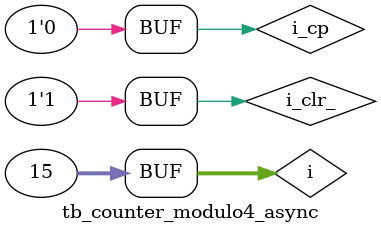
<source format=v>
module tb_counter_modulo4_async;
reg i_cp;
reg i_clr_;
wire [1:0] o_q;
wire [1:0] o_q_;
integer i;

initial begin
    i_cp = 1'b0;
    i_clr_ = 1'b0;
    
    #10;
    i_clr_ = 1'b1;

    for (i = 0; i < 4'hf; i = i + 1) begin
        i_cp = 1'b1;
        
        #5;
        i_cp = 1'b0;

        #5;
    end
end

counter_modulo4_async dut(
    .clockpulse(i_cp),
    .clear_(i_clr_),
    .signal_q(o_q),
    .signal_q_(o_q_)
);

endmodule

</source>
